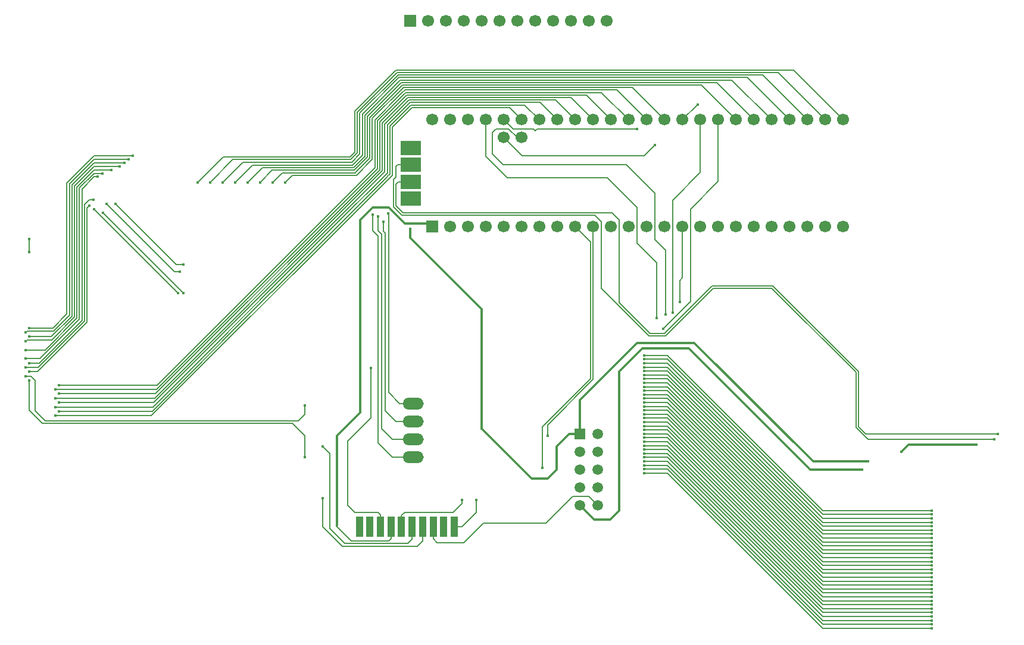
<source format=gbl>
G04*
G04 #@! TF.GenerationSoftware,Altium Limited,Altium Designer,18.0.12 (696)*
G04*
G04 Layer_Physical_Order=2*
G04 Layer_Color=16711680*
%FSLAX25Y25*%
%MOIN*%
G70*
G01*
G75*
%ADD14C,0.00800*%
%ADD68C,0.01200*%
%ADD70O,0.11811X0.06693*%
%ADD71R,0.06693X0.06693*%
%ADD72C,0.06693*%
%ADD73C,0.05906*%
%ADD74R,0.05906X0.05906*%
%ADD75C,0.01600*%
%ADD76R,0.03937X0.11811*%
%ADD77R,0.11811X0.07874*%
D14*
X516417Y156417D02*
Y242112D01*
X491000Y131000D02*
X516417Y156417D01*
X491000Y125000D02*
Y131000D01*
X515000Y157000D02*
Y233529D01*
X488000Y130000D02*
X515000Y157000D01*
X488000Y107000D02*
Y130000D01*
X514000Y91000D02*
X519000Y86000D01*
X505000Y91000D02*
X514000D01*
X490000Y76000D02*
X505000Y91000D01*
X455000Y76000D02*
X490000D01*
X644984Y83000D02*
X706000D01*
X644984Y67600D02*
X706000D01*
X644984Y65400D02*
X706000D01*
X644984Y63200D02*
X706000D01*
X644984Y61000D02*
X706000D01*
X644984Y58800D02*
X706000D01*
X644984Y56600D02*
X706000D01*
X644984Y54400D02*
X706000D01*
X644984Y52200D02*
X706000D01*
X644984Y17000D02*
X706000D01*
X644984Y19200D02*
X706000D01*
X644984Y21400D02*
X706000D01*
X644984Y23600D02*
X706000D01*
X644984Y25800D02*
X706000D01*
X644984Y28000D02*
X706000D01*
X644984Y30200D02*
X706000D01*
X644984Y32400D02*
X706000D01*
X644984Y34600D02*
X706000D01*
X644984Y36800D02*
X706000D01*
X644984Y39000D02*
X706000D01*
X644984Y41200D02*
X706000D01*
X644984Y43400D02*
X706000D01*
X644984Y45600D02*
X706000D01*
X644984Y47800D02*
X706000D01*
X644984Y50000D02*
X706000D01*
X558000Y169984D02*
X644984Y83000D01*
Y80800D02*
X706000D01*
X558000Y167784D02*
X644984Y80800D01*
Y78600D02*
X706000D01*
X558000Y165584D02*
X644984Y78600D01*
Y76400D02*
X706000D01*
X558000Y163384D02*
X644984Y76400D01*
Y74200D02*
X706000D01*
X558000Y161184D02*
X644984Y74200D01*
Y72000D02*
X706000D01*
X558000Y158984D02*
X644984Y72000D01*
Y69800D02*
X706000D01*
X558000Y156784D02*
X644984Y69800D01*
X558000Y154584D02*
X644984Y67600D01*
X558000Y152384D02*
X644984Y65400D01*
X558000Y150184D02*
X644984Y63200D01*
X558000Y147984D02*
X644984Y61000D01*
X558000Y145784D02*
X644984Y58800D01*
X558000Y143584D02*
X644984Y56600D01*
X558000Y141384D02*
X644984Y54400D01*
X558000Y139184D02*
X644984Y52200D01*
X558000Y136984D02*
X644984Y50000D01*
X558000Y134784D02*
X644984Y47800D01*
X558000Y132584D02*
X644984Y45600D01*
X558000Y130384D02*
X644984Y43400D01*
X558000Y128184D02*
X644984Y41200D01*
X558000Y125984D02*
X644984Y39000D01*
X558000Y123784D02*
X644984Y36800D01*
X558000Y121584D02*
X644984Y34600D01*
X558000Y119384D02*
X644984Y32400D01*
X558000Y117184D02*
X644984Y30200D01*
X558000Y114984D02*
X644984Y28000D01*
X558000Y112784D02*
X644984Y25800D01*
X558000Y110584D02*
X644984Y23600D01*
X558000Y108384D02*
X644984Y21400D01*
X558000Y106184D02*
X644984Y19200D01*
X558000Y103984D02*
X644984Y17000D01*
X545000Y169984D02*
X558000D01*
X545000Y167784D02*
X558000D01*
X545000Y165584D02*
X558000D01*
X545000Y163384D02*
X558000D01*
X545000Y161184D02*
X558000D01*
X545000Y158984D02*
X558000D01*
X545000Y156784D02*
X558000D01*
X545000Y154584D02*
X558000D01*
X545000Y152384D02*
X558000D01*
X545000Y150184D02*
X558000D01*
X545000Y147984D02*
X558000D01*
X545000Y145784D02*
X558000D01*
X545000Y143584D02*
X558000D01*
X545000Y141384D02*
X558000D01*
X545000Y139184D02*
X558000D01*
X545000Y103984D02*
X558000D01*
X545000Y106184D02*
X558000D01*
X545000Y108384D02*
X558000D01*
X545000Y110584D02*
X558000D01*
X545000Y112784D02*
X558000D01*
X545000Y114984D02*
X558000D01*
X545000Y117184D02*
X558000D01*
X545000Y119384D02*
X558000D01*
X545000Y121584D02*
X558000D01*
X545000Y123784D02*
X558000D01*
X545000Y125984D02*
X558000D01*
X545000Y128184D02*
X558000D01*
X545000Y130384D02*
X558000D01*
X545000Y132584D02*
X558000D01*
X545000Y134784D02*
X558000D01*
X545000Y136984D02*
X558000D01*
X663600Y129420D02*
X670178Y122843D01*
X665000Y130000D02*
X669126Y125874D01*
X743126D01*
X670178Y122843D02*
X741157D01*
X379000Y122000D02*
X392000Y135000D01*
X379000Y86000D02*
Y122000D01*
Y86000D02*
X383000Y82000D01*
X396000D01*
X392000Y135000D02*
Y163000D01*
X237121Y282000D02*
X258827D01*
X221800Y193158D02*
Y266679D01*
X237101Y280000D02*
X256366D01*
X223200Y192578D02*
Y266099D01*
X237080Y278000D02*
X253906D01*
X224600Y191999D02*
Y265520D01*
X237060Y276000D02*
X251445D01*
X226000Y191419D02*
Y264940D01*
X237040Y274000D02*
X246528D01*
X227400Y190839D02*
Y264360D01*
X237020Y272000D02*
X241606D01*
X228800Y190259D02*
Y263780D01*
X237020Y272000D01*
X227400Y264360D02*
X237040Y274000D01*
X226000Y264940D02*
X237060Y276000D01*
X224600Y265520D02*
X237080Y278000D01*
X223200Y266099D02*
X237101Y280000D01*
X221800Y266679D02*
X237121Y282000D01*
X237150Y270150D02*
X239150D01*
X230200Y263200D02*
X237150Y270150D01*
X230200Y189679D02*
Y263200D01*
X234311Y257311D02*
X236689D01*
X231600Y254600D02*
X234311Y257311D01*
X231600Y189099D02*
Y254600D01*
X233000Y188519D02*
Y252703D01*
X200760Y160760D02*
X205241D01*
X198779Y163221D02*
X205721D01*
X200760Y165681D02*
X206202D01*
X198779Y168142D02*
X206683D01*
X198779Y173059D02*
X209620D01*
X199440Y178637D02*
X213218D01*
X200760Y180437D02*
X213038D01*
X199440Y183558D02*
X214180D01*
X223200Y192578D01*
X213038Y180437D02*
X224600Y191999D01*
X213218Y178637D02*
X226000Y191419D01*
X209620Y173059D02*
X227400Y190839D01*
X206683Y168142D02*
X228800Y190259D01*
X206202Y165681D02*
X230200Y189679D01*
X205721Y163221D02*
X231600Y189099D01*
X205241Y160760D02*
X233000Y188519D01*
X214000Y185358D02*
X221800Y193158D01*
X200760Y185358D02*
X214000D01*
X198779Y177976D02*
X199440Y178637D01*
X198779Y182898D02*
X199440Y183558D01*
X233000Y252703D02*
X234359Y254062D01*
X237000Y252000D02*
X284000Y205000D01*
X242000Y250000D02*
X287000Y205000D01*
X282000Y217000D02*
X285000D01*
X282968Y221000D02*
X287000D01*
X244000Y255000D02*
X282000Y217000D01*
X248984Y254984D02*
X282968Y221000D01*
X217220Y153382D02*
X272382D01*
X215240Y146000D02*
X270940D01*
X217220Y143539D02*
X270459D01*
X372000Y243101D02*
X401200Y272301D01*
X372000Y243101D02*
Y243101D01*
X269978Y141079D02*
X372000Y243101D01*
X404000Y271040D02*
Y298000D01*
X215240Y136161D02*
X269121D01*
X401000Y270020D02*
Y270121D01*
X269501Y138622D02*
X336479Y205600D01*
X336580D02*
X401000Y270020D01*
X269121Y136161D02*
X404000Y271040D01*
X336479Y205600D02*
X336580D01*
X215240Y141079D02*
X269978D01*
X217220Y138622D02*
X269501D01*
X204000Y139000D02*
Y156000D01*
X201697Y158303D02*
X204000Y156000D01*
X198779Y158303D02*
X201697D01*
X204000Y139000D02*
X209600Y133400D01*
X200760Y139240D02*
Y155842D01*
Y139240D02*
X208000Y132000D01*
X209600Y133400D02*
X351400D01*
X355000Y137000D01*
Y142000D01*
X208000Y132000D02*
X348000D01*
X355000Y125000D01*
Y113000D02*
Y125000D01*
X469529Y309000D02*
X476417Y302112D01*
X404000Y298000D02*
X415000Y309000D01*
X469529D01*
X478129Y310400D02*
X486417Y302112D01*
X414420Y310400D02*
X478129D01*
X414010Y309990D02*
X414420Y310400D01*
X414010Y309990D02*
X414010D01*
X402600Y298580D02*
X414010Y309990D01*
X402600Y271721D02*
Y298580D01*
X401000Y270121D02*
X402600Y271721D01*
X413840Y311800D02*
X486729D01*
X413430Y311390D02*
X413840Y311800D01*
X486729D02*
X496417Y302112D01*
X413430Y311390D02*
X413430D01*
X413020Y310980D02*
X413430Y311390D01*
X413020Y310980D02*
X413020D01*
X401200Y299160D02*
X413020Y310980D01*
X401200Y272301D02*
Y299160D01*
X413260Y313200D02*
X495329D01*
X412850Y312790D02*
X413260Y313200D01*
X412850Y312790D02*
X412850D01*
X412440Y312380D02*
X412850Y312790D01*
X412440Y312380D02*
X412440D01*
X412030Y311970D02*
X412030D01*
X495329Y313200D02*
X506417Y302112D01*
X412030Y311970D02*
X412440Y312380D01*
X399800Y299740D02*
X412030Y311970D01*
X399800Y272880D02*
Y299740D01*
X270459Y143539D02*
X399800Y272880D01*
X412680Y314600D02*
X503929D01*
X412270Y314190D02*
X412680Y314600D01*
X412270Y314190D02*
X412270D01*
X411860Y313780D02*
X412270Y314190D01*
X411860Y313780D02*
X411860D01*
X411450Y313370D02*
X411450D01*
X503929Y314600D02*
X516417Y302112D01*
X411450Y313370D02*
X411860Y313780D01*
X411040Y312960D02*
X411450Y313370D01*
X411040Y312960D02*
X411040D01*
X398400Y273460D02*
Y300320D01*
X411040Y312960D01*
X270940Y146000D02*
X398400Y273460D01*
X412101Y316000D02*
X512529D01*
X411691Y315590D02*
X412101Y316000D01*
X411691Y315590D02*
X411691D01*
X411280Y315180D02*
X411691Y315590D01*
X411280Y315180D02*
X411280D01*
X410870Y314770D02*
X411280Y315180D01*
X410870Y314770D02*
X410870D01*
X512529Y316000D02*
X526417Y302112D01*
X410460Y314360D02*
X410870Y314770D01*
X410460Y314360D02*
X410460D01*
X410050Y313950D02*
X410460Y314360D01*
X410050Y313950D02*
X410050D01*
X397000Y274040D02*
Y300900D01*
X410050Y313950D01*
X271420Y148461D02*
X397000Y274040D01*
X411521Y317400D02*
X521129D01*
X411111Y316990D02*
X411521Y317400D01*
X411111Y316990D02*
X411111D01*
X410701Y316580D02*
X411111Y316990D01*
X410701Y316580D02*
X410701D01*
X410290Y316170D02*
X410701Y316580D01*
X410290Y316170D02*
X410290D01*
X521129Y317400D02*
X536417Y302112D01*
X409880Y315760D02*
X410290Y316170D01*
X409880Y315760D02*
X409880D01*
X409470Y315350D02*
X409880Y315760D01*
X409470Y315350D02*
X409470D01*
X409060Y314940D02*
X409470Y315350D01*
X409060Y314940D02*
X409060D01*
X395600Y301479D02*
X409060Y314940D01*
X395600Y274620D02*
Y301479D01*
X271901Y150921D02*
X395600Y274620D01*
X410941Y318800D02*
X529729D01*
X410531Y318390D02*
X410941Y318800D01*
X410531Y318390D02*
X410531D01*
X410121Y317980D02*
X410531Y318390D01*
X410121Y317980D02*
X410121D01*
X409711Y317570D02*
X410121Y317980D01*
X409711Y317570D02*
X409711D01*
X409301Y317160D02*
X409301D01*
X529729Y318800D02*
X546417Y302112D01*
X409301Y317160D02*
X409711Y317570D01*
X408890Y316750D02*
X409301Y317160D01*
X408890Y316750D02*
X408890D01*
X408480Y316340D02*
X408890Y316750D01*
X408480Y316340D02*
X408480D01*
X408070Y315930D02*
X408480Y316340D01*
X408070Y315930D02*
X408070D01*
X394200Y275200D02*
Y302059D01*
X408070Y315930D01*
X272382Y153382D02*
X394200Y275200D01*
X217220Y148461D02*
X271420D01*
X215240Y150921D02*
X271901D01*
X565000Y200000D02*
Y212000D01*
X616400Y207663D02*
X663600Y160463D01*
X583643Y207663D02*
X616400D01*
X556980Y181000D02*
X583643Y207663D01*
X616980Y209063D02*
X665000Y161043D01*
X583063Y209063D02*
X616980D01*
X556400Y182400D02*
X583063Y209063D01*
X547600Y181000D02*
X556980D01*
X548180Y182400D02*
X556400D01*
X396015Y239985D02*
Y248015D01*
Y239985D02*
X398000Y238000D01*
X396000Y248000D02*
X396015Y248015D01*
X393000Y240000D02*
X396000Y237000D01*
X393000Y240000D02*
Y249000D01*
X400000Y139000D02*
Y238512D01*
X399000Y239512D02*
X400000Y238512D01*
X399000Y239512D02*
Y245000D01*
X409400Y248600D02*
X517400D01*
X404600Y253400D02*
X409400Y248600D01*
X404600Y253400D02*
Y268600D01*
X410000Y250000D02*
X527000D01*
X406000Y254000D02*
X410000Y250000D01*
X406000Y254000D02*
Y266000D01*
X372823Y74177D02*
X381000Y66000D01*
X566417Y302112D02*
X575000Y310694D01*
X485000Y297000D02*
X541000D01*
X484000Y296000D02*
X485000Y297000D01*
X483000D02*
X484000Y296000D01*
X565000Y212000D02*
X566417Y213417D01*
Y242112D01*
X552000Y191000D02*
Y222000D01*
X557000Y193000D02*
Y229000D01*
X561000Y194000D02*
Y257000D01*
X571000Y200400D02*
Y252000D01*
X555600Y185000D02*
X571000Y200400D01*
X531000Y199580D02*
X548180Y182400D01*
X521000Y207600D02*
X547600Y181000D01*
X541000Y233000D02*
X552000Y222000D01*
X541000Y233000D02*
Y253000D01*
X551000Y235000D02*
Y261000D01*
X535000Y277000D02*
X551000Y261000D01*
X524306Y269694D02*
X541000Y253000D01*
X468306Y269694D02*
X524306D01*
X456417Y281583D02*
X468306Y269694D01*
X551000Y235000D02*
X557000Y229000D01*
X466000Y277000D02*
X535000D01*
X460000Y283000D02*
X466000Y277000D01*
X571000Y252000D02*
X586417Y267417D01*
Y302112D01*
X561000Y257000D02*
X576417Y272417D01*
Y302112D01*
X521000Y207600D02*
Y245000D01*
X473888Y292112D02*
X476417D01*
X469000Y297000D02*
X473888Y292112D01*
X462000Y297000D02*
X469000D01*
X456417Y281583D02*
Y302112D01*
X460000Y283000D02*
Y295000D01*
X462000Y297000D01*
X466417Y302112D02*
X471529Y297000D01*
X483000D01*
X466417Y292112D02*
X476529Y282000D01*
X545000D01*
X551000Y288000D01*
X506417Y242112D02*
X515000Y233529D01*
X401667Y249667D02*
X401911Y249423D01*
X517400Y248600D02*
X521000Y245000D01*
X527000Y250000D02*
X531000Y246000D01*
Y199580D02*
Y246000D01*
X413970Y277000D02*
X414213Y276757D01*
X407000Y277000D02*
X413970D01*
X406000Y276000D02*
X407000Y277000D01*
X406000Y270000D02*
Y276000D01*
X404600Y268600D02*
X406000Y270000D01*
Y266000D02*
X407308Y267308D01*
X414213D01*
X392800Y302800D02*
X410200Y320200D01*
X392800Y279941D02*
Y302800D01*
X383859Y271000D02*
X392800Y279941D01*
X391400Y303400D02*
X409600Y321600D01*
X391400Y280521D02*
Y303400D01*
X383689Y272810D02*
X391400Y280521D01*
X390000Y304000D02*
X400950Y314950D01*
X390000Y281101D02*
Y304000D01*
X383109Y274210D02*
X390000Y281101D01*
X388600Y304600D02*
X408400Y324400D01*
X388600Y281680D02*
Y304600D01*
X382530Y275610D02*
X388600Y281680D01*
X387200Y305200D02*
X407800Y325800D01*
X387200Y282260D02*
Y305200D01*
X381950Y277010D02*
X387200Y282260D01*
X385800Y305780D02*
X407220Y327200D01*
X385800Y282840D02*
Y305780D01*
X381370Y278410D02*
X385800Y282840D01*
X384400Y306400D02*
X406600Y328600D01*
X384400Y283420D02*
Y306400D01*
X380790Y279810D02*
X384400Y283420D01*
X383000Y307000D02*
X406000Y330000D01*
X383000Y284000D02*
Y307000D01*
X380210Y281210D02*
X383000Y284000D01*
X665000Y130000D02*
Y161043D01*
X663600Y129420D02*
Y160463D01*
X443000Y87000D02*
Y89000D01*
X444000Y65000D02*
X455000Y76000D01*
X429000Y65000D02*
X444000D01*
X426858Y67142D02*
X429000Y65000D01*
X426858Y67142D02*
Y73929D01*
X451000Y82000D02*
Y89000D01*
X442929Y73929D02*
X451000Y82000D01*
X438669Y73929D02*
X442929D01*
X365000Y119000D02*
X369000Y115000D01*
Y73000D02*
Y115000D01*
Y73000D02*
X377400Y64600D01*
X365000Y74000D02*
Y90000D01*
Y74000D02*
X376000Y63000D01*
X418000D01*
X420953Y65953D01*
Y73929D01*
X377400Y64600D02*
X412600D01*
X415047Y67047D01*
Y73929D01*
X438000Y82000D02*
X443000Y87000D01*
X411000Y82000D02*
X438000D01*
X409142Y80142D02*
X411000Y82000D01*
X409142Y73929D02*
Y80142D01*
X381000Y66000D02*
X402000D01*
X403236Y67236D01*
Y73929D01*
X396000Y82000D02*
X397331Y80669D01*
Y73929D02*
Y80669D01*
X404000Y113000D02*
X417000D01*
X396000Y121000D02*
X404000Y113000D01*
X396000Y121000D02*
Y237000D01*
X404000Y123000D02*
X417000D01*
X398000Y129000D02*
X404000Y123000D01*
X398000Y129000D02*
Y238000D01*
X406000Y133000D02*
X417000D01*
X400000Y139000D02*
X406000Y133000D01*
X408000Y143000D02*
X417000D01*
X401911Y149089D02*
X408000Y143000D01*
X401911Y149089D02*
Y249423D01*
X200772Y227772D02*
Y235150D01*
X295000Y267000D02*
X309210Y281210D01*
X538329Y320200D02*
X556417Y302112D01*
X410200Y320200D02*
X538329D01*
X344000Y267000D02*
X348000Y271000D01*
X383859D01*
X576929Y321600D02*
X596417Y302112D01*
X409600Y321600D02*
X576929D01*
X383689Y272810D02*
X383689D01*
X383279Y272400D02*
X383689Y272810D01*
X342400Y272400D02*
X383279D01*
X337000Y267000D02*
X342400Y272400D01*
X409020Y323000D02*
X585529D01*
X400970Y314950D02*
X409020Y323000D01*
X585529D02*
X606417Y302112D01*
X400950Y314950D02*
X400970D01*
X382699Y273800D02*
X383109Y274210D01*
X383109D01*
X336800Y273800D02*
X382699D01*
X330000Y267000D02*
X336800Y273800D01*
X594129Y324400D02*
X616417Y302112D01*
X408400Y324400D02*
X594129D01*
X382530Y275610D02*
X382530D01*
X382120Y275200D02*
X382530Y275610D01*
X331200Y275200D02*
X382120D01*
X323000Y267000D02*
X331200Y275200D01*
X602729Y325800D02*
X626417Y302112D01*
X407800Y325800D02*
X602729D01*
X381950Y277010D02*
X381950D01*
X381540Y276600D02*
X381950Y277010D01*
X325600Y276600D02*
X381540D01*
X316000Y267000D02*
X325600Y276600D01*
X611329Y327200D02*
X636417Y302112D01*
X407220Y327200D02*
X611329D01*
X309000Y267000D02*
X320410Y278410D01*
X381370D01*
X619929Y328600D02*
X646417Y302112D01*
X406600Y328600D02*
X619929D01*
X302000Y267000D02*
X314810Y279810D01*
X380790D01*
X628529Y330000D02*
X656417Y302112D01*
X406000Y330000D02*
X628529D01*
X309210Y281210D02*
X380210D01*
D68*
X509000Y86000D02*
X517000Y78000D01*
X526000D01*
X531000Y83000D01*
Y161000D01*
X544000Y174000D01*
X570000D01*
X638000Y106000D01*
X667000D01*
X573000Y177000D02*
X639559Y110441D01*
X541000Y177000D02*
X573000D01*
X509000Y145000D02*
X541000Y177000D01*
X509000Y126000D02*
Y145000D01*
X639559Y110441D02*
X670441D01*
X503000Y126000D02*
X509000D01*
X496000Y119000D02*
X503000Y126000D01*
X689000Y116000D02*
X693000Y120000D01*
X731000D01*
X386000Y138000D02*
Y246000D01*
X373000Y125000D02*
X386000Y138000D01*
X373000Y75000D02*
Y125000D01*
X424529Y244000D02*
X426417Y242112D01*
X411000Y244000D02*
X424529D01*
X402000Y253000D02*
X411000Y244000D01*
X393000Y253000D02*
X402000D01*
X386000Y246000D02*
X393000Y253000D01*
X414000Y236000D02*
Y241000D01*
Y236000D02*
X454000Y196000D01*
Y129000D02*
Y196000D01*
Y129000D02*
X482000Y101000D01*
X491000D01*
X496000Y106000D01*
Y119000D01*
D70*
X415638Y143000D02*
D03*
Y123000D02*
D03*
Y133000D02*
D03*
Y113000D02*
D03*
D71*
X426417Y242112D02*
D03*
X413937Y357505D02*
D03*
D72*
X656417Y242112D02*
D03*
X646417D02*
D03*
X636417D02*
D03*
X626417D02*
D03*
X616417D02*
D03*
X606417D02*
D03*
X596417D02*
D03*
X586417D02*
D03*
X576417D02*
D03*
X566417D02*
D03*
X556417D02*
D03*
X546417D02*
D03*
X536417D02*
D03*
X526417D02*
D03*
X516417D02*
D03*
X506417D02*
D03*
X496417D02*
D03*
X486417D02*
D03*
X476417D02*
D03*
X466417D02*
D03*
X456417D02*
D03*
X446417D02*
D03*
X436417D02*
D03*
X656417Y302112D02*
D03*
X646417D02*
D03*
X636417D02*
D03*
X626417D02*
D03*
X616417D02*
D03*
X606417D02*
D03*
X596417D02*
D03*
X586417D02*
D03*
X576417D02*
D03*
X566417D02*
D03*
X556417D02*
D03*
X546417D02*
D03*
X536417D02*
D03*
X526417D02*
D03*
X516417D02*
D03*
X506417D02*
D03*
X496417D02*
D03*
X486417D02*
D03*
X476417D02*
D03*
X466417D02*
D03*
X456417D02*
D03*
X446417D02*
D03*
X436417D02*
D03*
X426417D02*
D03*
X466417Y292112D02*
D03*
X476417D02*
D03*
X523937Y357505D02*
D03*
X513937D02*
D03*
X503937D02*
D03*
X493937D02*
D03*
X483937D02*
D03*
X473937D02*
D03*
X463937D02*
D03*
X453937D02*
D03*
X443937D02*
D03*
X433937D02*
D03*
X423937D02*
D03*
D73*
X519000Y86000D02*
D03*
X509000D02*
D03*
X519000Y96000D02*
D03*
X509000D02*
D03*
X519000Y106000D02*
D03*
X509000D02*
D03*
X519000Y116000D02*
D03*
X509000D02*
D03*
X519000Y126000D02*
D03*
D74*
X509000D02*
D03*
D75*
X706000Y83000D02*
D03*
Y80800D02*
D03*
Y78600D02*
D03*
Y76400D02*
D03*
Y74200D02*
D03*
Y72000D02*
D03*
Y69800D02*
D03*
Y67600D02*
D03*
Y65400D02*
D03*
Y63200D02*
D03*
Y61000D02*
D03*
Y58800D02*
D03*
Y56600D02*
D03*
Y54400D02*
D03*
Y52200D02*
D03*
Y50000D02*
D03*
Y47800D02*
D03*
Y45600D02*
D03*
Y43400D02*
D03*
Y41200D02*
D03*
Y39000D02*
D03*
Y36800D02*
D03*
Y34600D02*
D03*
Y32400D02*
D03*
Y30200D02*
D03*
Y28000D02*
D03*
Y25800D02*
D03*
Y23600D02*
D03*
Y21400D02*
D03*
Y19200D02*
D03*
Y17000D02*
D03*
X545000Y169984D02*
D03*
Y167784D02*
D03*
Y165584D02*
D03*
Y163384D02*
D03*
Y161184D02*
D03*
Y158984D02*
D03*
Y156784D02*
D03*
Y154584D02*
D03*
Y152384D02*
D03*
Y150184D02*
D03*
Y147984D02*
D03*
Y145784D02*
D03*
Y143584D02*
D03*
Y141384D02*
D03*
Y139184D02*
D03*
Y103984D02*
D03*
Y106184D02*
D03*
Y108384D02*
D03*
Y110584D02*
D03*
Y112784D02*
D03*
Y114984D02*
D03*
Y117184D02*
D03*
Y119384D02*
D03*
Y121584D02*
D03*
Y123784D02*
D03*
Y125984D02*
D03*
Y128184D02*
D03*
Y130384D02*
D03*
Y132584D02*
D03*
Y134784D02*
D03*
Y136984D02*
D03*
X689000Y116000D02*
D03*
X731000Y120000D02*
D03*
X743126Y125874D02*
D03*
X741157Y122843D02*
D03*
X392000Y163000D02*
D03*
X236689Y257311D02*
D03*
X239150Y270150D02*
D03*
X241606Y272000D02*
D03*
X246528Y274000D02*
D03*
X251445Y276000D02*
D03*
X253906Y278000D02*
D03*
X256366Y280000D02*
D03*
X258827Y282000D02*
D03*
X198779Y163221D02*
D03*
X200760Y165681D02*
D03*
X198779Y168142D02*
D03*
Y173059D02*
D03*
Y177976D02*
D03*
X200760Y180437D02*
D03*
X198779Y182898D02*
D03*
X200760Y185358D02*
D03*
X234359Y254062D02*
D03*
X284000Y205000D02*
D03*
X242000Y250000D02*
D03*
X287000Y205000D02*
D03*
X285000Y217000D02*
D03*
X287000Y221000D02*
D03*
X355000Y113000D02*
D03*
Y142000D02*
D03*
X373000Y75000D02*
D03*
X215240Y136161D02*
D03*
X217220Y138622D02*
D03*
X215240Y141079D02*
D03*
X217220Y143539D02*
D03*
X215240Y146000D02*
D03*
X217220Y148461D02*
D03*
X215240Y150921D02*
D03*
X217220Y153382D02*
D03*
X200760Y155842D02*
D03*
X198779Y158303D02*
D03*
X200760Y160760D02*
D03*
X565000Y200000D02*
D03*
X396000Y248000D02*
D03*
X393000Y249000D02*
D03*
X399000Y245000D02*
D03*
X667000Y106000D02*
D03*
X414000Y241000D02*
D03*
X575000Y310694D02*
D03*
X541000Y297000D02*
D03*
X552000Y191000D02*
D03*
X557000Y193000D02*
D03*
X561000Y194000D02*
D03*
X555600Y185000D02*
D03*
X454000Y129000D02*
D03*
X670441Y110441D02*
D03*
X551000Y288000D02*
D03*
X488000Y107000D02*
D03*
X491000Y125000D02*
D03*
X401667Y249667D02*
D03*
X443000Y89000D02*
D03*
X451000D02*
D03*
X365000Y119000D02*
D03*
Y90000D02*
D03*
X200772Y235150D02*
D03*
Y227772D02*
D03*
X237000Y252000D02*
D03*
X244000Y255000D02*
D03*
X248984Y254984D02*
D03*
X295000Y267000D02*
D03*
X344000D02*
D03*
X337000D02*
D03*
X330000D02*
D03*
X323000D02*
D03*
X316000D02*
D03*
X309000D02*
D03*
X302000D02*
D03*
D76*
X385520Y73929D02*
D03*
X397331D02*
D03*
X391425D02*
D03*
X403236D02*
D03*
X409142D02*
D03*
X415047D02*
D03*
X420953D02*
D03*
X426858D02*
D03*
X438669D02*
D03*
X432764D02*
D03*
D77*
X414213Y286206D02*
D03*
Y276757D02*
D03*
Y267308D02*
D03*
Y257860D02*
D03*
M02*

</source>
